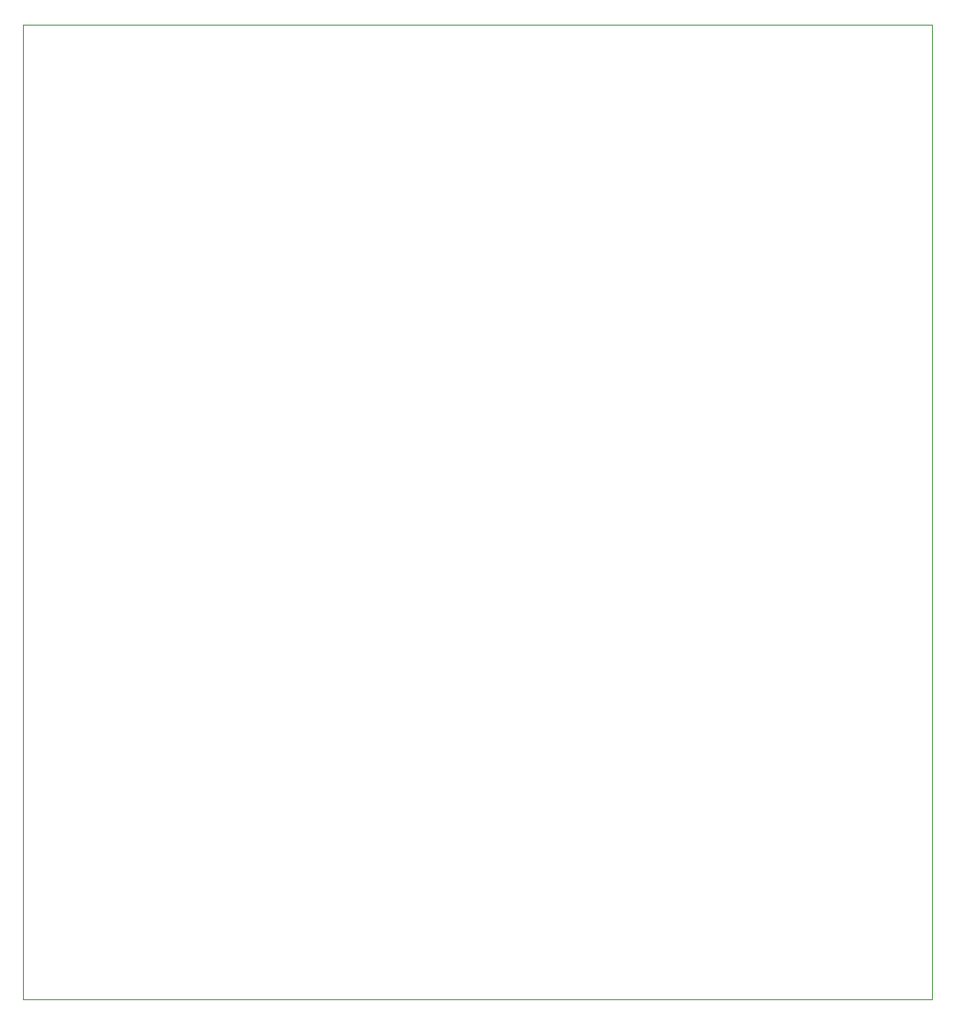
<source format=gbr>
%TF.GenerationSoftware,KiCad,Pcbnew,(6.0.0-0)*%
%TF.CreationDate,2022-03-08T07:13:55-05:00*%
%TF.ProjectId,Backplane-GPR-Registers-Condensed,4261636b-706c-4616-9e65-2d4750522d52,rev?*%
%TF.SameCoordinates,Original*%
%TF.FileFunction,Profile,NP*%
%FSLAX46Y46*%
G04 Gerber Fmt 4.6, Leading zero omitted, Abs format (unit mm)*
G04 Created by KiCad (PCBNEW (6.0.0-0)) date 2022-03-08 07:13:55*
%MOMM*%
%LPD*%
G01*
G04 APERTURE LIST*
%TA.AperFunction,Profile*%
%ADD10C,0.100000*%
%TD*%
G04 APERTURE END LIST*
D10*
X89950000Y-58330000D02*
X180350000Y-58330000D01*
X180350000Y-58330000D02*
X180350000Y-155190000D01*
X180350000Y-155190000D02*
X89950000Y-155190000D01*
X89950000Y-155190000D02*
X89950000Y-58330000D01*
M02*

</source>
